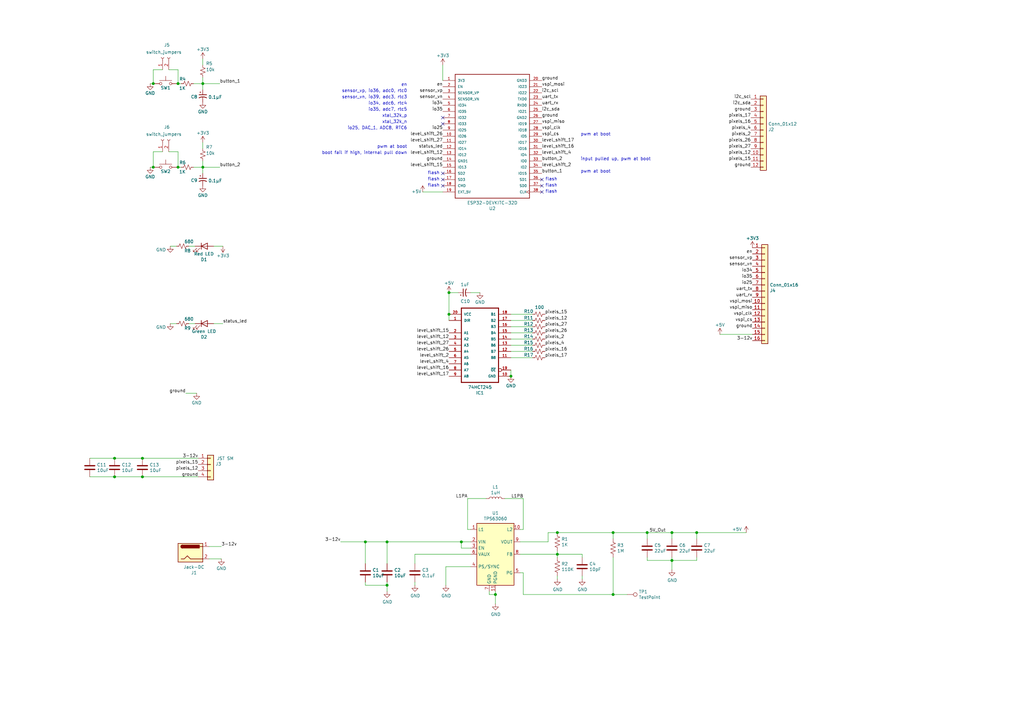
<source format=kicad_sch>
(kicad_sch (version 20200828) (generator eeschema)
  (page 1 1)
  (paper "A3")
  (lib_symbols
    (symbol "Connector:Conn_01x02_Female" (pin_names (offset 1.016) hide)
      (property "Reference" "J" (at 0 2.54 0))
      (property "Value" "Conn_01x02_Female" (at 0 -5.08 0))
      (symbol "Conn_01x02_Female_1_1"
        (pin passive line (at -5.08 0 0) (length 3.81) (name "Pin_1") (number "1"))
        (pin passive line (at -5.08 -2.54 0) (length 3.81) (name "Pin_2") (number "2"))
      )
    )
    (symbol "Connector:Jack-DC" (pin_names (offset 1.016))
      (property "Reference" "J" (at 0 5.334 0))
      (property "Value" "Jack-DC" (at 0 -5.08 0))
      (symbol "Jack-DC_1_1"
        (pin passive line (at 7.62 2.54 180) (length 2.54) (name "~") (number "1"))
        (pin passive line (at 7.62 -2.54 180) (length 2.54) (name "~") (number "2"))
      )
    )
    (symbol "Connector:TestPoint" (pin_numbers hide) (pin_names (offset 0.762) hide)
      (property "Reference" "TP" (at 0 6.858 0))
      (property "Value" "TestPoint" (at 0 5.08 0))
      (symbol "TestPoint_1_1"
        (pin passive line (at 0 0 90) (length 2.54) (name "1") (number "1"))
      )
    )
    (symbol "Connector_Generic:Conn_01x04" (pin_names (offset 1.016) hide)
      (property "Reference" "J" (at 0 5.08 0))
      (property "Value" "Conn_01x04" (at 0 -7.62 0))
      (symbol "Conn_01x04_1_1"
        (pin passive line (at -5.08 2.54 0) (length 3.81) (name "Pin_1") (number "1"))
        (pin passive line (at -5.08 0 0) (length 3.81) (name "Pin_2") (number "2"))
        (pin passive line (at -5.08 -2.54 0) (length 3.81) (name "Pin_3") (number "3"))
        (pin passive line (at -5.08 -5.08 0) (length 3.81) (name "Pin_4") (number "4"))
      )
    )
    (symbol "Connector_Generic:Conn_01x12" (pin_names (offset 1.016) hide)
      (property "Reference" "J" (at 0 15.24 0))
      (property "Value" "Conn_01x12" (at 0 -17.78 0))
      (symbol "Conn_01x12_1_1"
        (pin passive line (at -5.08 12.7 0) (length 3.81) (name "Pin_1") (number "1"))
        (pin passive line (at -5.08 -10.16 0) (length 3.81) (name "Pin_10") (number "10"))
        (pin passive line (at -5.08 -12.7 0) (length 3.81) (name "Pin_11") (number "11"))
        (pin passive line (at -5.08 -15.24 0) (length 3.81) (name "Pin_12") (number "12"))
        (pin passive line (at -5.08 10.16 0) (length 3.81) (name "Pin_2") (number "2"))
        (pin passive line (at -5.08 7.62 0) (length 3.81) (name "Pin_3") (number "3"))
        (pin passive line (at -5.08 5.08 0) (length 3.81) (name "Pin_4") (number "4"))
        (pin passive line (at -5.08 2.54 0) (length 3.81) (name "Pin_5") (number "5"))
        (pin passive line (at -5.08 0 0) (length 3.81) (name "Pin_6") (number "6"))
        (pin passive line (at -5.08 -2.54 0) (length 3.81) (name "Pin_7") (number "7"))
        (pin passive line (at -5.08 -5.08 0) (length 3.81) (name "Pin_8") (number "8"))
        (pin passive line (at -5.08 -7.62 0) (length 3.81) (name "Pin_9") (number "9"))
      )
    )
    (symbol "Connector_Generic:Conn_01x16" (pin_names (offset 1.016) hide)
      (property "Reference" "J" (at 0 20.32 0))
      (property "Value" "Conn_01x16" (at 0 -22.86 0))
      (symbol "Conn_01x16_1_1"
        (pin passive line (at -5.08 17.78 0) (length 3.81) (name "Pin_1") (number "1"))
        (pin passive line (at -5.08 -5.08 0) (length 3.81) (name "Pin_10") (number "10"))
        (pin passive line (at -5.08 -7.62 0) (length 3.81) (name "Pin_11") (number "11"))
        (pin passive line (at -5.08 -10.16 0) (length 3.81) (name "Pin_12") (number "12"))
        (pin passive line (at -5.08 -12.7 0) (length 3.81) (name "Pin_13") (number "13"))
        (pin passive line (at -5.08 -15.24 0) (length 3.81) (name "Pin_14") (number "14"))
        (pin passive line (at -5.08 -17.78 0) (length 3.81) (name "Pin_15") (number "15"))
        (pin passive line (at -5.08 -20.32 0) (length 3.81) (name "Pin_16") (number "16"))
        (pin passive line (at -5.08 15.24 0) (length 3.81) (name "Pin_2") (number "2"))
        (pin passive line (at -5.08 12.7 0) (length 3.81) (name "Pin_3") (number "3"))
        (pin passive line (at -5.08 10.16 0) (length 3.81) (name "Pin_4") (number "4"))
        (pin passive line (at -5.08 7.62 0) (length 3.81) (name "Pin_5") (number "5"))
        (pin passive line (at -5.08 5.08 0) (length 3.81) (name "Pin_6") (number "6"))
        (pin passive line (at -5.08 2.54 0) (length 3.81) (name "Pin_7") (number "7"))
        (pin passive line (at -5.08 0 0) (length 3.81) (name "Pin_8") (number "8"))
        (pin passive line (at -5.08 -2.54 0) (length 3.81) (name "Pin_9") (number "9"))
      )
    )
    (symbol "Device:C" (pin_numbers hide) (pin_names (offset 0.254))
      (property "Reference" "C" (at 0.635 2.54 0))
      (property "Value" "C" (at 0.635 -2.54 0))
      (symbol "C_1_1"
        (pin passive line (at 0 3.81 270) (length 2.794) (name "~") (number "1"))
        (pin passive line (at 0 -3.81 90) (length 2.794) (name "~") (number "2"))
      )
    )
    (symbol "Device:CP1_Small" (pin_numbers hide) (pin_names (offset 0.254) hide)
      (property "Reference" "C" (at 0.254 1.778 0))
      (property "Value" "CP1_Small" (at 0.254 -2.032 0))
      (symbol "CP1_Small_1_1"
        (pin passive line (at 0 2.54 270) (length 2.032) (name "~") (number "1"))
        (pin passive line (at 0 -2.54 90) (length 2.032) (name "~") (number "2"))
      )
    )
    (symbol "Device:L" (pin_numbers hide) (pin_names (offset 1.016) hide)
      (property "Reference" "L" (at -1.27 0 90))
      (property "Value" "L" (at 1.905 0 90))
      (symbol "L_1_1"
        (pin passive line (at 0 3.81 270) (length 1.27) (name "1") (number "1"))
        (pin passive line (at 0 -3.81 90) (length 1.27) (name "2") (number "2"))
      )
    )
    (symbol "Device:LED" (pin_numbers hide) (pin_names (offset 1.016) hide)
      (property "Reference" "D" (at 0 2.54 0))
      (property "Value" "LED" (at 0 -2.54 0))
      (symbol "LED_1_1"
        (pin passive line (at -3.81 0 0) (length 2.54) (name "K") (number "1"))
        (pin passive line (at 3.81 0 180) (length 2.54) (name "A") (number "2"))
      )
    )
    (symbol "Device:R_Small_US" (pin_numbers hide) (pin_names (offset 0.254) hide)
      (property "Reference" "R" (at 0.762 0.508 0))
      (property "Value" "R_Small_US" (at 0.762 -1.016 0))
      (symbol "R_Small_US_1_1"
        (pin passive line (at 0 2.54 270) (length 1.016) (name "~") (number "1"))
        (pin passive line (at 0 -2.54 90) (length 1.016) (name "~") (number "2"))
      )
    )
    (symbol "Device:R_US" (pin_numbers hide) (pin_names (offset 0))
      (property "Reference" "R" (at 2.54 0 90))
      (property "Value" "R_US" (at -2.54 0 90))
      (symbol "R_US_1_1"
        (pin passive line (at 0 3.81 270) (length 1.27) (name "~") (number "1"))
        (pin passive line (at 0 -3.81 90) (length 1.27) (name "~") (number "2"))
      )
    )
    (symbol "Regulator_Switching:TPS63060"
      (property "Reference" "U" (at -7.62 13.97 0))
      (property "Value" "TPS63060" (at 2.54 13.97 0))
      (symbol "TPS63060_1_1"
        (pin input line (at -10.16 10.16 0) (length 2.54) (name "L1") (number "1"))
        (pin input line (at 10.16 10.16 180) (length 2.54) (name "L2") (number "10"))
        (pin power_in line (at 0 -15.24 90) (length 2.54) (name "PGND") (number "11"))
        (pin power_in line (at -10.16 5.08 0) (length 2.54) (name "VIN") (number "2"))
        (pin input line (at -10.16 2.54 0) (length 2.54) (name "EN") (number "3"))
        (pin input line (at -10.16 -5.08 0) (length 2.54) (name "PS/SYNC") (number "4"))
        (pin output line (at 10.16 -7.62 180) (length 2.54) (name "PG") (number "5"))
        (pin passive line (at -10.16 0 0) (length 2.54) (name "VAUX") (number "6"))
        (pin power_in line (at -2.54 -15.24 90) (length 2.54) (name "GND") (number "7"))
        (pin input line (at 10.16 0 180) (length 2.54) (name "FB") (number "8"))
        (pin power_out line (at 10.16 5.08 180) (length 2.54) (name "VOUT") (number "9"))
      )
    )
    (symbol "Switch:SW_MEC_5G" (pin_numbers hide) (pin_names (offset 1.016) hide)
      (property "Reference" "SW" (at 1.27 2.54 0))
      (property "Value" "SW_MEC_5G" (at 0 -1.524 0))
      (symbol "SW_MEC_5G_0_1"
        (pin passive line (at -5.08 0 0) (length 2.54) (name "A") (number "1"))
        (pin passive line (at 5.08 0 180) (length 2.54) (name "B") (number "3"))
      )
      (symbol "SW_MEC_5G_1_1"
        (pin passive line (at -5.08 0 0) (length 2.54) hide (name "A") (number "2"))
        (pin passive line (at 5.08 0 180) (length 2.54) hide (name "B") (number "4"))
      )
    )
    (symbol "power:+3.3V" (power) (pin_names (offset 0))
      (property "Value" "+3.3V" (at 0 3.556 0))
      (symbol "+3.3V_1_1"
        (pin power_in line (at 0 0 90) (length 0) hide (name "+3V3") (number "1"))
      )
    )
    (symbol "power:+5V" (power) (pin_names (offset 0))
      (property "Value" "+5V" (at 0 3.556 0))
      (symbol "+5V_1_1"
        (pin power_in line (at 0 0 90) (length 0) hide (name "+5V") (number "1"))
      )
    )
    (symbol "power:GND" (power) (pin_names (offset 0))
      (property "Value" "GND" (at 0 -3.81 0))
      (symbol "GND_1_1"
        (pin power_in line (at 0 0 270) (length 0) hide (name "GND") (number "1"))
      )
    )
    (symbol "signal-board-rescue:74HCT245-74HCT245-signal-board-rescue" (pin_names (offset 1.016))
      (property "Reference" "IC" (at -7.62 15.748 0))
      (property "Value" "74HCT245-74HCT245-signal-board-rescue" (at -7.62 -17.78 0))
      (symbol "74HCT245-74HCT245-signal-board-rescue_0_0"
        (pin input line (at -12.7 10.16 0) (length 5.08) (name "DIR") (number "1"))
        (pin power_in line (at 12.7 -12.7 180) (length 5.08) (name "GND") (number "10"))
        (pin bidirectional line (at 12.7 -5.08 180) (length 5.08) (name "B8") (number "11"))
        (pin bidirectional line (at 12.7 -2.54 180) (length 5.08) (name "B7") (number "12"))
        (pin bidirectional line (at 12.7 0 180) (length 5.08) (name "B6") (number "13"))
        (pin bidirectional line (at 12.7 2.54 180) (length 5.08) (name "B5") (number "14"))
        (pin bidirectional line (at 12.7 5.08 180) (length 5.08) (name "B4") (number "15"))
        (pin bidirectional line (at 12.7 7.62 180) (length 5.08) (name "B3") (number "16"))
        (pin bidirectional line (at 12.7 10.16 180) (length 5.08) (name "B2") (number "17"))
        (pin bidirectional line (at 12.7 12.7 180) (length 5.08) (name "B1") (number "18"))
        (pin input inverted (at 12.7 -10.16 180) (length 5.08) (name "~OE~") (number "19"))
        (pin bidirectional line (at -12.7 5.08 0) (length 5.08) (name "A1") (number "2"))
        (pin power_in line (at -12.7 12.7 0) (length 5.08) (name "VCC") (number "20"))
        (pin bidirectional line (at -12.7 2.54 0) (length 5.08) (name "A2") (number "3"))
        (pin bidirectional line (at -12.7 0 0) (length 5.08) (name "A3") (number "4"))
        (pin bidirectional line (at -12.7 -2.54 0) (length 5.08) (name "A4") (number "5"))
        (pin bidirectional line (at -12.7 -5.08 0) (length 5.08) (name "A5") (number "6"))
        (pin bidirectional line (at -12.7 -7.62 0) (length 5.08) (name "A6") (number "7"))
        (pin bidirectional line (at -12.7 -10.16 0) (length 5.08) (name "A7") (number "8"))
        (pin bidirectional line (at -12.7 -12.7 0) (length 5.08) (name "A8") (number "9"))
      )
    )
    (symbol "signal-board-rescue:ESP32-DEVKITC-32D-ESP32-DEVKITC-32D" (pin_names (offset 1.016))
      (property "Reference" "U" (at -15.2654 26.0604 0))
      (property "Value" "ESP32-DEVKITC-32D-ESP32-DEVKITC-32D" (at -15.2654 -27.9654 0))
      (symbol "ESP32-DEVKITC-32D-ESP32-DEVKITC-32D_0_0"
        (pin power_in line (at -20.32 22.86 0) (length 5.08) (name "3V3") (number "1"))
        (pin bidirectional line (at -20.32 0 0) (length 5.08) (name "IO26") (number "10"))
        (pin bidirectional line (at -20.32 -2.54 0) (length 5.08) (name "IO27") (number "11"))
        (pin bidirectional line (at -20.32 -5.08 0) (length 5.08) (name "IO14") (number "12"))
        (pin bidirectional line (at -20.32 -7.62 0) (length 5.08) (name "IO12") (number "13"))
        (pin power_in line (at -20.32 -10.16 0) (length 5.08) (name "GND1") (number "14"))
        (pin bidirectional line (at -20.32 -12.7 0) (length 5.08) (name "IO13") (number "15"))
        (pin bidirectional line (at -20.32 -15.24 0) (length 5.08) (name "SD2") (number "16"))
        (pin bidirectional line (at -20.32 -17.78 0) (length 5.08) (name "SD3") (number "17"))
        (pin bidirectional line (at -20.32 -20.32 0) (length 5.08) (name "CMD") (number "18"))
        (pin power_in line (at -20.32 -22.86 0) (length 5.08) (name "EXT_5V") (number "19"))
        (pin input line (at -20.32 20.32 0) (length 5.08) (name "EN") (number "2"))
        (pin power_in line (at 20.32 22.86 180) (length 5.08) (name "GND3") (number "20"))
        (pin bidirectional line (at 20.32 20.32 180) (length 5.08) (name "IO23") (number "21"))
        (pin bidirectional line (at 20.32 17.78 180) (length 5.08) (name "IO22") (number "22"))
        (pin output line (at 20.32 15.24 180) (length 5.08) (name "TXD0") (number "23"))
        (pin input line (at 20.32 12.7 180) (length 5.08) (name "RXD0") (number "24"))
        (pin bidirectional line (at 20.32 10.16 180) (length 5.08) (name "IO21") (number "25"))
        (pin power_in line (at 20.32 7.62 180) (length 5.08) (name "GND2") (number "26"))
        (pin bidirectional line (at 20.32 5.08 180) (length 5.08) (name "IO19") (number "27"))
        (pin bidirectional line (at 20.32 2.54 180) (length 5.08) (name "IO18") (number "28"))
        (pin bidirectional line (at 20.32 0 180) (length 5.08) (name "IO5") (number "29"))
        (pin input line (at -20.32 17.78 0) (length 5.08) (name "SENSOR_VP") (number "3"))
        (pin bidirectional line (at 20.32 -2.54 180) (length 5.08) (name "IO17") (number "30"))
        (pin bidirectional line (at 20.32 -5.08 180) (length 5.08) (name "IO16") (number "31"))
        (pin bidirectional line (at 20.32 -7.62 180) (length 5.08) (name "IO4") (number "32"))
        (pin bidirectional line (at 20.32 -10.16 180) (length 5.08) (name "IO0") (number "33"))
        (pin bidirectional line (at 20.32 -12.7 180) (length 5.08) (name "IO2") (number "34"))
        (pin bidirectional line (at 20.32 -15.24 180) (length 5.08) (name "IO15") (number "35"))
        (pin bidirectional line (at 20.32 -17.78 180) (length 5.08) (name "SD1") (number "36"))
        (pin bidirectional line (at 20.32 -20.32 180) (length 5.08) (name "SD0") (number "37"))
        (pin input clock (at 20.32 -22.86 180) (length 5.08) (name "CLK") (number "38"))
        (pin input line (at -20.32 15.24 0) (length 5.08) (name "SENSOR_VN") (number "4"))
        (pin bidirectional line (at -20.32 12.7 0) (length 5.08) (name "IO34") (number "5"))
        (pin bidirectional line (at -20.32 10.16 0) (length 5.08) (name "IO35") (number "6"))
        (pin bidirectional line (at -20.32 7.62 0) (length 5.08) (name "IO32") (number "7"))
        (pin bidirectional line (at -20.32 5.08 0) (length 5.08) (name "IO33") (number "8"))
        (pin bidirectional line (at -20.32 2.54 0) (length 5.08) (name "IO25") (number "9"))
      )
    )
  )
  (junction (at 46.99 187.96) (diameter 1.016))
  (junction (at 46.99 195.58) (diameter 1.016))
  (junction (at 58.42 187.96) (diameter 1.016))
  (junction (at 58.42 195.58) (diameter 1.016))
  (junction (at 62.865 34.29) (diameter 1.016))
  (junction (at 62.865 68.58) (diameter 1.016))
  (junction (at 73.025 34.29) (diameter 1.016))
  (junction (at 73.025 68.58) (diameter 1.016))
  (junction (at 83.185 34.29) (diameter 1.016))
  (junction (at 83.185 68.58) (diameter 1.016))
  (junction (at 149.86 222.25) (diameter 1.016))
  (junction (at 158.75 222.25) (diameter 1.016))
  (junction (at 158.75 240.03) (diameter 1.016))
  (junction (at 184.15 120.015) (diameter 1.016))
  (junction (at 184.15 128.905) (diameter 1.016))
  (junction (at 189.23 222.25) (diameter 1.016))
  (junction (at 203.2 243.84) (diameter 1.016))
  (junction (at 209.55 154.305) (diameter 1.016))
  (junction (at 228.6 218.44) (diameter 1.016))
  (junction (at 228.6 227.33) (diameter 1.016))
  (junction (at 251.46 218.44) (diameter 1.016))
  (junction (at 251.46 243.84) (diameter 1.016))
  (junction (at 265.43 218.44) (diameter 1.016))
  (junction (at 275.59 218.44) (diameter 1.016))
  (junction (at 275.59 229.87) (diameter 1.016))
  (junction (at 285.75 218.44) (diameter 1.016))
  (no_connect (at 222.25 78.74))
  (no_connect (at 181.61 71.12))
  (no_connect (at 181.61 48.26))
  (no_connect (at 181.61 76.2))
  (no_connect (at 181.61 50.8))
  (no_connect (at 181.61 73.66))
  (no_connect (at 222.25 73.66))
  (no_connect (at 222.25 76.2))
  (wire (pts (xy 36.83 187.96) (xy 46.99 187.96)))
  (wire (pts (xy 36.83 195.58) (xy 46.99 195.58)))
  (wire (pts (xy 46.99 187.96) (xy 58.42 187.96)))
  (wire (pts (xy 46.99 195.58) (xy 58.42 195.58)))
  (wire (pts (xy 58.42 187.96) (xy 81.28 187.96)))
  (wire (pts (xy 58.42 195.58) (xy 81.28 195.58)))
  (wire (pts (xy 61.595 34.29) (xy 62.865 34.29)))
  (wire (pts (xy 61.595 68.58) (xy 62.865 68.58)))
  (wire (pts (xy 62.865 28.575) (xy 66.675 28.575)))
  (wire (pts (xy 62.865 34.29) (xy 62.865 28.575)))
  (wire (pts (xy 62.865 62.23) (xy 66.675 62.23)))
  (wire (pts (xy 62.865 68.58) (xy 62.865 62.23)))
  (wire (pts (xy 69.215 28.575) (xy 73.025 28.575)))
  (wire (pts (xy 69.215 62.23) (xy 73.025 62.23)))
  (wire (pts (xy 69.85 100.965) (xy 72.39 100.965)))
  (wire (pts (xy 69.85 132.715) (xy 72.39 132.715)))
  (wire (pts (xy 73.025 28.575) (xy 73.025 34.29)))
  (wire (pts (xy 73.025 34.29) (xy 74.295 34.29)))
  (wire (pts (xy 73.025 62.23) (xy 73.025 68.58)))
  (wire (pts (xy 73.025 68.58) (xy 74.295 68.58)))
  (wire (pts (xy 76.2 161.29) (xy 80.645 161.29)))
  (wire (pts (xy 77.47 100.965) (xy 80.01 100.965)))
  (wire (pts (xy 77.47 132.715) (xy 80.01 132.715)))
  (wire (pts (xy 79.375 34.29) (xy 83.185 34.29)))
  (wire (pts (xy 79.375 68.58) (xy 83.185 68.58)))
  (wire (pts (xy 83.185 24.13) (xy 83.185 26.67)))
  (wire (pts (xy 83.185 31.75) (xy 83.185 34.29)))
  (wire (pts (xy 83.185 34.29) (xy 83.185 36.83)))
  (wire (pts (xy 83.185 34.29) (xy 90.17 34.29)))
  (wire (pts (xy 83.185 58.42) (xy 83.185 60.96)))
  (wire (pts (xy 83.185 66.04) (xy 83.185 68.58)))
  (wire (pts (xy 83.185 68.58) (xy 83.185 71.12)))
  (wire (pts (xy 83.185 68.58) (xy 90.17 68.58)))
  (wire (pts (xy 85.725 224.155) (xy 90.805 224.155)))
  (wire (pts (xy 85.725 229.235) (xy 90.805 229.235)))
  (wire (pts (xy 87.63 100.965) (xy 91.44 100.965)))
  (wire (pts (xy 87.63 132.715) (xy 91.44 132.715)))
  (wire (pts (xy 139.7 222.25) (xy 149.86 222.25)))
  (wire (pts (xy 149.86 222.25) (xy 149.86 231.14)))
  (wire (pts (xy 149.86 238.76) (xy 149.86 240.03)))
  (wire (pts (xy 149.86 240.03) (xy 158.75 240.03)))
  (wire (pts (xy 158.75 222.25) (xy 149.86 222.25)))
  (wire (pts (xy 158.75 222.25) (xy 158.75 231.14)))
  (wire (pts (xy 158.75 238.76) (xy 158.75 240.03)))
  (wire (pts (xy 158.75 240.03) (xy 158.75 242.57)))
  (wire (pts (xy 170.18 227.33) (xy 170.18 231.14)))
  (wire (pts (xy 170.18 238.76) (xy 170.18 240.03)))
  (wire (pts (xy 173.355 78.74) (xy 181.61 78.74)))
  (wire (pts (xy 181.61 26.67) (xy 181.61 33.02)))
  (wire (pts (xy 182.88 232.41) (xy 182.88 240.03)))
  (wire (pts (xy 184.15 120.015) (xy 184.15 128.905)))
  (wire (pts (xy 184.15 120.015) (xy 187.96 120.015)))
  (wire (pts (xy 184.15 128.905) (xy 184.15 131.445)))
  (wire (pts (xy 189.23 222.25) (xy 158.75 222.25)))
  (wire (pts (xy 189.23 224.79) (xy 189.23 222.25)))
  (wire (pts (xy 191.77 204.47) (xy 191.77 217.17)))
  (wire (pts (xy 191.77 217.17) (xy 193.04 217.17)))
  (wire (pts (xy 193.04 120.015) (xy 196.85 120.015)))
  (wire (pts (xy 193.04 222.25) (xy 189.23 222.25)))
  (wire (pts (xy 193.04 224.79) (xy 189.23 224.79)))
  (wire (pts (xy 193.04 227.33) (xy 170.18 227.33)))
  (wire (pts (xy 193.04 232.41) (xy 182.88 232.41)))
  (wire (pts (xy 199.39 204.47) (xy 191.77 204.47)))
  (wire (pts (xy 200.66 242.57) (xy 200.66 243.84)))
  (wire (pts (xy 200.66 243.84) (xy 203.2 243.84)))
  (wire (pts (xy 203.2 242.57) (xy 203.2 243.84)))
  (wire (pts (xy 203.2 243.84) (xy 203.2 247.65)))
  (wire (pts (xy 207.01 204.47) (xy 214.63 204.47)))
  (wire (pts (xy 209.55 128.905) (xy 218.44 128.905)))
  (wire (pts (xy 209.55 131.445) (xy 218.44 131.445)))
  (wire (pts (xy 209.55 133.985) (xy 218.44 133.985)))
  (wire (pts (xy 209.55 136.525) (xy 218.44 136.525)))
  (wire (pts (xy 209.55 139.065) (xy 218.44 139.065)))
  (wire (pts (xy 209.55 141.605) (xy 218.44 141.605)))
  (wire (pts (xy 209.55 144.145) (xy 218.44 144.145)))
  (wire (pts (xy 209.55 146.685) (xy 218.44 146.685)))
  (wire (pts (xy 209.55 151.765) (xy 209.55 154.305)))
  (wire (pts (xy 213.36 217.17) (xy 214.63 217.17)))
  (wire (pts (xy 213.36 222.25) (xy 224.79 222.25)))
  (wire (pts (xy 213.36 227.33) (xy 228.6 227.33)))
  (wire (pts (xy 214.63 217.17) (xy 214.63 204.47)))
  (wire (pts (xy 214.63 234.95) (xy 213.36 234.95)))
  (wire (pts (xy 214.63 243.84) (xy 214.63 234.95)))
  (wire (pts (xy 224.79 218.44) (xy 228.6 218.44)))
  (wire (pts (xy 224.79 222.25) (xy 224.79 218.44)))
  (wire (pts (xy 228.6 218.44) (xy 251.46 218.44)))
  (wire (pts (xy 228.6 226.06) (xy 228.6 227.33)))
  (wire (pts (xy 228.6 227.33) (xy 228.6 228.6)))
  (wire (pts (xy 228.6 227.33) (xy 238.76 227.33)))
  (wire (pts (xy 228.6 236.22) (xy 228.6 237.49)))
  (wire (pts (xy 238.76 227.33) (xy 238.76 228.6)))
  (wire (pts (xy 238.76 236.22) (xy 238.76 237.49)))
  (wire (pts (xy 251.46 218.44) (xy 251.46 220.98)))
  (wire (pts (xy 251.46 218.44) (xy 265.43 218.44)))
  (wire (pts (xy 251.46 228.6) (xy 251.46 243.84)))
  (wire (pts (xy 251.46 243.84) (xy 214.63 243.84)))
  (wire (pts (xy 251.46 243.84) (xy 257.2512 243.84)))
  (wire (pts (xy 265.43 218.44) (xy 275.59 218.44)))
  (wire (pts (xy 265.43 220.98) (xy 265.43 218.44)))
  (wire (pts (xy 265.43 229.87) (xy 265.43 228.6)))
  (wire (pts (xy 275.59 218.44) (xy 275.59 220.98)))
  (wire (pts (xy 275.59 218.44) (xy 285.75 218.44)))
  (wire (pts (xy 275.59 228.6) (xy 275.59 229.87)))
  (wire (pts (xy 275.59 229.87) (xy 265.43 229.87)))
  (wire (pts (xy 275.59 229.87) (xy 275.59 233.68)))
  (wire (pts (xy 285.75 218.44) (xy 285.75 220.98)))
  (wire (pts (xy 285.75 218.44) (xy 306.07 218.44)))
  (wire (pts (xy 285.75 228.6) (xy 285.75 229.87)))
  (wire (pts (xy 285.75 229.87) (xy 275.59 229.87)))
  (wire (pts (xy 295.275 137.16) (xy 308.61 137.16)))
  (text "en" (at 167.005 35.56 180) (effects (font (size 1.27 1.27)) (justify right bottom)))
  (text "sensor_vp, io36, adc0, rtc0" (at 167.005 38.1 180) (effects (font (size 1.27 1.27)) (justify right bottom)))
  (text "sensor_vn, io39, adc3, rtc3" (at 167.005 40.64 180) (effects (font (size 1.27 1.27)) (justify right bottom)))
  (text "io34, adc6, rtc4" (at 167.005 43.18 180) (effects (font (size 1.27 1.27)) (justify right bottom)))
  (text "io35, adc7, rtc5" (at 167.005 45.72 180) (effects (font (size 1.27 1.27)) (justify right bottom)))
  (text "xtal_32k_p" (at 167.005 48.26 180) (effects (font (size 1.27 1.27)) (justify right bottom)))
  (text "xtal_32k_n" (at 167.005 50.8 180) (effects (font (size 1.27 1.27)) (justify right bottom)))
  (text "io25, DAC_1, ADC8, RTC6" (at 167.005 53.34 180) (effects (font (size 1.27 1.27)) (justify right bottom)))
  (text "pwm at boot" (at 167.005 60.96 180) (effects (font (size 1.27 1.27)) (justify right bottom)))
  (text "boot fail if high, internal pull down" (at 167.005 63.5 180) (effects (font (size 1.27 1.27)) (justify right bottom)))
  (text "flash\n" (at 180.34 71.755 180) (effects (font (size 1.27 1.27)) (justify right bottom)))
  (text "flash\n" (at 180.34 74.295 180) (effects (font (size 1.27 1.27)) (justify right bottom)))
  (text "flash\n" (at 180.34 76.835 180) (effects (font (size 1.27 1.27)) (justify right bottom)))
  (text "flash\n" (at 228.6 74.295 180) (effects (font (size 1.27 1.27)) (justify right bottom)))
  (text "flash\n" (at 228.6 76.835 180) (effects (font (size 1.27 1.27)) (justify right bottom)))
  (text "flash\n" (at 228.6 79.375 180) (effects (font (size 1.27 1.27)) (justify right bottom)))
  (text "pwm at boot" (at 238.125 55.88 0) (effects (font (size 1.27 1.27)) (justify left bottom)))
  (text "input pulled up, pwm at boot" (at 238.125 66.04 0) (effects (font (size 1.27 1.27)) (justify left bottom)))
  (text "pwm at boot" (at 238.125 71.12 0) (effects (font (size 1.27 1.27)) (justify left bottom)))
  (label "ground" (at 76.2 161.29 180))
  (label "3-12v" (at 81.28 187.96 180))
  (label "pixels_15" (at 81.28 190.5 180))
  (label "pixels_12" (at 81.28 193.04 180))
  (label "ground" (at 81.28 195.58 180))
  (label "button_1" (at 90.17 34.29 0))
  (label "button_2" (at 90.17 68.58 0))
  (label "3-12v" (at 90.805 224.155 0))
  (label "status_led" (at 91.44 132.715 0))
  (label "3-12v" (at 139.7 222.25 180))
  (label "en" (at 181.61 35.56 180))
  (label "sensor_vp" (at 181.61 38.1 180))
  (label "sensor_vn" (at 181.61 40.64 180))
  (label "io34" (at 181.61 43.18 180))
  (label "io35" (at 181.61 45.72 180))
  (label "io25" (at 181.61 53.34 180))
  (label "level_shift_26" (at 181.61 55.88 180))
  (label "level_shift_27" (at 181.61 58.42 180))
  (label "status_led" (at 181.61 60.96 180))
  (label "level_shift_12" (at 181.61 63.5 180))
  (label "ground" (at 181.61 66.04 180))
  (label "level_shift_15" (at 181.61 68.58 180))
  (label "level_shift_15" (at 184.15 136.525 180))
  (label "level_shift_12" (at 184.15 139.065 180))
  (label "level_shift_27" (at 184.15 141.605 180))
  (label "level_shift_26" (at 184.15 144.145 180))
  (label "level_shift_2" (at 184.15 146.685 180))
  (label "level_shift_4" (at 184.15 149.225 180))
  (label "level_shift_16" (at 184.15 151.765 180))
  (label "level_shift_17" (at 184.15 154.305 180))
  (label "L1PA" (at 191.77 204.47 180))
  (label "L1PB" (at 214.63 204.47 180))
  (label "ground" (at 222.25 33.02 0))
  (label "vspi_mosi" (at 222.25 35.56 0))
  (label "i2c_scl" (at 222.25 38.1 0))
  (label "uart_tx" (at 222.25 40.64 0))
  (label "uart_rx" (at 222.25 43.18 0))
  (label "i2c_sda" (at 222.25 45.72 0))
  (label "ground" (at 222.25 48.26 0))
  (label "vspi_miso" (at 222.25 50.8 0))
  (label "vspi_clk" (at 222.25 53.34 0))
  (label "vspi_cs" (at 222.25 55.88 0))
  (label "level_shift_17" (at 222.25 58.42 0))
  (label "level_shift_16" (at 222.25 60.96 0))
  (label "level_shift_4" (at 222.25 63.5 0))
  (label "button_2" (at 222.25 66.04 0))
  (label "level_shift_2" (at 222.25 68.58 0))
  (label "button_1" (at 222.25 71.12 0))
  (label "pixels_15" (at 223.52 128.905 0))
  (label "pixels_12" (at 223.52 131.445 0))
  (label "pixels_27" (at 223.52 133.985 0))
  (label "pixels_26" (at 223.52 136.525 0))
  (label "pixels_2" (at 223.52 139.065 0))
  (label "pixels_4" (at 223.52 141.605 0))
  (label "pixels_16" (at 223.52 144.145 0))
  (label "pixels_17" (at 223.52 146.685 0))
  (label "5V_Out" (at 273.05 218.44 180))
  (label "i2c_scl" (at 307.975 40.64 180))
  (label "i2c_sda" (at 307.975 43.18 180))
  (label "ground" (at 307.975 45.72 180))
  (label "pixels_17" (at 307.975 48.26 180))
  (label "pixels_16" (at 307.975 50.8 180))
  (label "pixels_4" (at 307.975 53.34 180))
  (label "pixels_2" (at 307.975 55.88 180))
  (label "pixels_26" (at 307.975 58.42 180))
  (label "pixels_27" (at 307.975 60.96 180))
  (label "pixels_12" (at 307.975 63.5 180))
  (label "pixels_15" (at 307.975 66.04 180))
  (label "ground" (at 307.975 68.58 180))
  (label "en" (at 308.61 104.14 180))
  (label "sensor_vp" (at 308.61 106.68 180))
  (label "sensor_vn" (at 308.61 109.22 180))
  (label "io34" (at 308.61 111.76 180))
  (label "io35" (at 308.61 114.3 180))
  (label "io25" (at 308.61 116.84 180))
  (label "uart_tx" (at 308.61 119.38 180))
  (label "uart_rx" (at 308.61 121.92 180))
  (label "vspi_mosi" (at 308.61 124.46 180))
  (label "vspi_miso" (at 308.61 127 180))
  (label "vspi_clk" (at 308.61 129.54 180))
  (label "vspi_cs" (at 308.61 132.08 180))
  (label "ground" (at 308.61 134.62 180))
  (label "3-12v" (at 308.61 139.7 180))
  (symbol (lib_id "Connector:TestPoint") (at 257.2512 243.84 270) (unit 1)
    (property "Reference" "TP1" (at 261.9502 242.697 90) (effects (justify left)))
    (property "Value" "TestPoint" (at 261.9502 244.983 90) (effects (justify left)))
    (property "Footprint" "TestPoint:TestPoint_Pad_D1.0mm" (effects hide))
  )
  (symbol (lib_id "power:+3.3V") (at 83.185 24.13 0) (unit 1)
    (property "Reference" "#PWR0102" (effects hide))
    (property "Value" "+3.3V" (at 83.185 20.2438 0))
  )
  (symbol (lib_id "power:+3.3V") (at 83.185 58.42 0) (unit 1)
    (property "Reference" "#PWR0103" (effects hide))
    (property "Value" "+3.3V" (at 83.185 54.5338 0))
  )
  (symbol (lib_id "power:+3.3V") (at 91.44 100.965 180) (unit 1)
    (property "Reference" "#PWR03" (effects hide))
    (property "Value" "+3.3V" (at 91.44 104.8512 0))
  )
  (symbol (lib_id "power:+5V") (at 173.355 78.74 0) (unit 1)
    (property "Reference" "#PWR017" (effects hide))
    (property "Value" "+5V" (at 170.815 78.5368 0))
  )
  (symbol (lib_id "power:+3.3V") (at 181.61 26.67 0) (unit 1)
    (property "Reference" "#PWR019" (effects hide))
    (property "Value" "+3.3V" (at 181.61 22.7838 0))
  )
  (symbol (lib_id "power:+5V") (at 184.15 120.015 0) (unit 1)
    (property "Reference" "#PWR028" (effects hide))
    (property "Value" "+5V" (at 184.15 116.1034 0))
  )
  (symbol (lib_id "power:+5V") (at 295.275 137.16 0) (unit 1)
    (property "Reference" "#PWR0105" (effects hide))
    (property "Value" "+5V" (at 295.275 133.2484 0))
  )
  (symbol (lib_id "power:+5V") (at 306.07 218.44 0) (unit 1)
    (property "Reference" "#PWR035" (effects hide))
    (property "Value" "+5V" (at 302.26 217.0684 0))
  )
  (symbol (lib_id "power:+3.3V") (at 308.61 101.6 0) (unit 1)
    (property "Reference" "#PWR0101" (effects hide))
    (property "Value" "+3.3V" (at 308.61 97.7138 0))
  )
  (symbol (lib_id "Device:L") (at 203.2 204.47 90) (unit 1)
    (property "Reference" "L1" (at 203.2 199.7456 90))
    (property "Value" "1uH" (at 203.2 202.057 90))
    (property "Footprint" "Inductor_SMD:L_Taiyo-Yuden_NR-40xx_HandSoldering" (effects hide))
    (property "Supplier" "DigiKey" (effects hide))
    (property "DigiKeyPN" "587-2888-1-ND" (effects hide))
    (property "DigiKey100" "0.179" (effects hide))
    (property "Mouser100" "0.171" (effects hide))
    (property "MouserPN" "963-NRS4018T1R0NDGJ" (effects hide))
  )
  (symbol (lib_id "power:GND") (at 61.595 34.29 0) (unit 1)
    (property "Reference" "#PWR06" (effects hide))
    (property "Value" "GND" (at 61.595 38.2016 0))
  )
  (symbol (lib_id "power:GND") (at 61.595 68.58 0) (unit 1)
    (property "Reference" "#PWR05" (effects hide))
    (property "Value" "GND" (at 61.595 72.4916 0))
  )
  (symbol (lib_id "power:GND") (at 69.85 100.965 0) (unit 1)
    (property "Reference" "#PWR01" (effects hide))
    (property "Value" "GND" (at 66.04 102.4382 0))
  )
  (symbol (lib_id "power:GND") (at 69.85 132.715 0) (unit 1)
    (property "Reference" "#PWR0104" (effects hide))
    (property "Value" "GND" (at 66.04 134.1882 0))
  )
  (symbol (lib_id "power:GND") (at 80.645 161.29 0) (unit 1)
    (property "Reference" "#PWR027" (effects hide))
    (property "Value" "GND" (at 80.645 165.2016 0))
  )
  (symbol (lib_id "power:GND") (at 83.185 41.91 0) (unit 1)
    (property "Reference" "#PWR014" (effects hide))
    (property "Value" "GND" (at 83.185 45.8216 0))
  )
  (symbol (lib_id "power:GND") (at 83.185 76.2 0) (unit 1)
    (property "Reference" "#PWR011" (effects hide))
    (property "Value" "GND" (at 83.185 80.1116 0))
  )
  (symbol (lib_id "power:GND") (at 90.805 229.235 0) (unit 1)
    (property "Reference" "#PWR02" (effects hide))
    (property "Value" "GND" (at 90.805 233.1466 0))
  )
  (symbol (lib_id "power:GND") (at 158.75 242.57 0) (unit 1)
    (property "Reference" "#PWR08" (effects hide))
    (property "Value" "GND" (at 158.877 246.888 0))
  )
  (symbol (lib_id "power:GND") (at 170.18 240.03 0) (unit 1)
    (property "Reference" "#PWR012" (effects hide))
    (property "Value" "GND" (at 170.307 244.348 0))
  )
  (symbol (lib_id "power:GND") (at 182.88 240.03 0) (unit 1)
    (property "Reference" "#PWR016" (effects hide))
    (property "Value" "GND" (at 183.007 244.348 0))
  )
  (symbol (lib_id "power:GND") (at 196.85 120.015 0) (unit 1)
    (property "Reference" "#PWR032" (effects hide))
    (property "Value" "GND" (at 196.85 123.9266 0))
  )
  (symbol (lib_id "power:GND") (at 203.2 247.65 0) (unit 1)
    (property "Reference" "#PWR020" (effects hide))
    (property "Value" "GND" (at 203.327 251.968 0))
  )
  (symbol (lib_id "power:GND") (at 209.55 154.305 0) (unit 1)
    (property "Reference" "#PWR034" (effects hide))
    (property "Value" "GND" (at 209.55 158.2166 0))
  )
  (symbol (lib_id "power:GND") (at 228.6 237.49 0) (unit 1)
    (property "Reference" "#PWR021" (effects hide))
    (property "Value" "GND" (at 228.727 241.808 0))
  )
  (symbol (lib_id "power:GND") (at 238.76 237.49 0) (unit 1)
    (property "Reference" "#PWR022" (effects hide))
    (property "Value" "GND" (at 238.887 241.808 0))
  )
  (symbol (lib_id "power:GND") (at 275.59 233.68 0) (unit 1)
    (property "Reference" "#PWR033" (effects hide))
    (property "Value" "GND" (at 275.717 237.998 0))
  )
  (symbol (lib_id "Device:R_Small_US") (at 74.93 100.965 270) (unit 1)
    (property "Reference" "R8" (at 75.5396 102.8446 90) (effects (justify left)))
    (property "Value" "680" (at 75.5904 99.0854 90) (effects (justify left)))
    (property "Footprint" "Resistor_SMD:R_0402_1005Metric" (effects hide))
    (property "Supplier" "Digikey" (effects hide))
    (property "Supplier Part" "311-1.00KCRCT-ND" (effects hide))
    (property "LCSC" "C25130" (effects hide))
  )
  (symbol (lib_id "Device:R_Small_US") (at 74.93 132.715 270) (unit 1)
    (property "Reference" "R9" (at 75.5396 134.5946 90) (effects (justify left)))
    (property "Value" "680" (at 75.5904 130.8354 90) (effects (justify left)))
    (property "Footprint" "Resistor_SMD:R_0402_1005Metric" (effects hide))
    (property "Supplier" "Digikey" (effects hide))
    (property "Supplier Part" "311-1.00KCRCT-ND" (effects hide))
    (property "LCSC" "C25130" (effects hide))
  )
  (symbol (lib_id "Device:R_Small_US") (at 76.835 34.29 90) (unit 1)
    (property "Reference" "R4" (at 76.2254 32.4104 90) (effects (justify left)))
    (property "Value" "1K" (at 76.1746 36.1696 90) (effects (justify left)))
    (property "Footprint" "Resistor_SMD:R_0402_1005Metric" (effects hide))
    (property "LCSC" "C11702" (effects hide))
  )
  (symbol (lib_id "Device:R_Small_US") (at 76.835 68.58 90) (unit 1)
    (property "Reference" "R6" (at 76.2254 66.7004 90) (effects (justify left)))
    (property "Value" "1K" (at 76.1746 70.4596 90) (effects (justify left)))
    (property "Footprint" "Resistor_SMD:R_0402_1005Metric" (effects hide))
    (property "LCSC" "C11702" (effects hide))
  )
  (symbol (lib_id "Device:R_Small_US") (at 83.185 29.21 0) (unit 1)
    (property "Reference" "R5" (at 84.455 26.0604 0) (effects (justify left)))
    (property "Value" "10k" (at 84.455 28.5496 0) (effects (justify left)))
    (property "Footprint" "Resistor_SMD:R_0402_1005Metric" (effects hide))
    (property "Supplier" "Digikey" (effects hide))
    (property "Supplier Part" "311-10.0KCRCT-ND" (effects hide))
    (property "LCSC" "C25744" (effects hide))
  )
  (symbol (lib_id "Device:R_Small_US") (at 83.185 63.5 0) (unit 1)
    (property "Reference" "R7" (at 84.455 60.3504 0) (effects (justify left)))
    (property "Value" "10k" (at 84.455 62.8396 0) (effects (justify left)))
    (property "Footprint" "Resistor_SMD:R_0402_1005Metric" (effects hide))
    (property "Supplier" "Digikey" (effects hide))
    (property "Supplier Part" "311-10.0KCRCT-ND" (effects hide))
    (property "LCSC" "C25744" (effects hide))
  )
  (symbol (lib_id "Device:R_Small_US") (at 220.98 128.905 90) (unit 1)
    (property "Reference" "R10" (at 218.7702 127.6858 90) (effects (justify left)))
    (property "Value" "100" (at 223.1898 126.0348 90) (effects (justify left)))
    (property "Footprint" "Resistor_SMD:R_0805_2012Metric_Pad1.15x1.40mm_HandSolder" (effects hide))
    (property "Supplier" "Digikey" (effects hide))
    (property "Supplier Part" "RC0805FR-07100RL" (effects hide))
    (property "LCSC" "C17408" (effects hide))
  )
  (symbol (lib_id "Device:R_Small_US") (at 220.98 131.445 90) (unit 1)
    (property "Reference" "R11" (at 218.7448 130.3528 90) (effects (justify left)))
    (property "Value" "100" (effects hide))
    (property "Footprint" "Resistor_SMD:R_0805_2012Metric_Pad1.15x1.40mm_HandSolder" (effects hide))
    (property "Supplier" "Digikey" (effects hide))
    (property "Supplier Part" "RC0805FR-07100RL" (effects hide))
    (property "LCSC" "C17408" (effects hide))
  )
  (symbol (lib_id "Device:R_Small_US") (at 220.98 133.985 90) (unit 1)
    (property "Reference" "R12" (at 218.7448 132.8928 90) (effects (justify left)))
    (property "Value" "100" (effects hide))
    (property "Footprint" "Resistor_SMD:R_0805_2012Metric_Pad1.15x1.40mm_HandSolder" (effects hide))
    (property "Supplier" "Digikey" (effects hide))
    (property "Supplier Part" "RC0805FR-07100RL" (effects hide))
    (property "LCSC" "C17408" (effects hide))
  )
  (symbol (lib_id "Device:R_Small_US") (at 220.98 136.525 90) (unit 1)
    (property "Reference" "R13" (at 218.7448 135.4328 90) (effects (justify left)))
    (property "Value" "100" (effects hide))
    (property "Footprint" "Resistor_SMD:R_0805_2012Metric_Pad1.15x1.40mm_HandSolder" (effects hide))
    (property "Supplier" "Digikey" (effects hide))
    (property "Supplier Part" "RC0805FR-07100RL" (effects hide))
    (property "LCSC" "C17408" (effects hide))
  )
  (symbol (lib_id "Device:R_Small_US") (at 220.98 139.065 90) (unit 1)
    (property "Reference" "R14" (at 218.7448 137.9728 90) (effects (justify left)))
    (property "Value" "100" (effects hide))
    (property "Footprint" "Resistor_SMD:R_0805_2012Metric_Pad1.15x1.40mm_HandSolder" (effects hide))
    (property "Supplier" "Digikey" (effects hide))
    (property "Supplier Part" "RC0805FR-07100RL" (effects hide))
    (property "LCSC" "C17408" (effects hide))
  )
  (symbol (lib_id "Device:R_Small_US") (at 220.98 141.605 90) (unit 1)
    (property "Reference" "R15" (at 218.7448 140.5128 90) (effects (justify left)))
    (property "Value" "100" (effects hide))
    (property "Footprint" "Resistor_SMD:R_0805_2012Metric_Pad1.15x1.40mm_HandSolder" (effects hide))
    (property "Supplier" "Digikey" (effects hide))
    (property "Supplier Part" "RC0805FR-07100RL" (effects hide))
    (property "LCSC" "C17408" (effects hide))
  )
  (symbol (lib_id "Device:R_Small_US") (at 220.98 144.145 90) (unit 1)
    (property "Reference" "R16" (at 218.7448 143.0528 90) (effects (justify left)))
    (property "Value" "100" (effects hide))
    (property "Footprint" "Resistor_SMD:R_0805_2012Metric_Pad1.15x1.40mm_HandSolder" (effects hide))
    (property "Supplier" "Digikey" (effects hide))
    (property "Supplier Part" "RC0805FR-07100RL" (effects hide))
    (property "LCSC" "C17408" (effects hide))
  )
  (symbol (lib_id "Device:R_Small_US") (at 220.98 146.685 90) (unit 1)
    (property "Reference" "R17" (at 218.7448 145.5928 90) (effects (justify left)))
    (property "Value" "100" (effects hide))
    (property "Footprint" "Resistor_SMD:R_0805_2012Metric_Pad1.15x1.40mm_HandSolder" (effects hide))
    (property "Supplier" "Digikey" (effects hide))
    (property "Supplier Part" "RC0805FR-07100RL" (effects hide))
    (property "LCSC" "C17408" (effects hide))
  )
  (symbol (lib_id "Device:R_US") (at 228.6 222.25 0) (unit 1)
    (property "Reference" "R1" (at 230.251 221.107 0) (effects (justify left)))
    (property "Value" "1K" (at 230.251 223.393 0) (effects (justify left)))
    (property "Footprint" "Resistor_SMD:R_0402_1005Metric" (effects hide))
    (property "LCSC" "C11702" (effects hide))
  )
  (symbol (lib_id "Device:R_US") (at 228.6 232.41 0) (unit 1)
    (property "Reference" "R2" (at 230.251 231.267 0) (effects (justify left)))
    (property "Value" "110K" (at 230.251 233.553 0) (effects (justify left)))
    (property "Footprint" "Resistor_SMD:R_0402_1005Metric" (effects hide))
    (property "LCSC" "C25745" (effects hide))
  )
  (symbol (lib_id "Device:R_US") (at 251.46 224.79 0) (unit 1)
    (property "Reference" "R3" (at 253.111 223.647 0) (effects (justify left)))
    (property "Value" "1M" (at 253.111 225.933 0) (effects (justify left)))
    (property "Footprint" "Resistor_SMD:R_0402_1005Metric" (effects hide))
    (property "LCSC" "C26083" (effects hide))
  )
  (symbol (lib_id "Device:CP1_Small") (at 83.185 39.37 0) (unit 1)
    (property "Reference" "C8" (at 79.629 39.7002 0))
    (property "Value" "0.1µF" (at 88.265 39.8272 0))
    (property "Footprint" "Capacitor_SMD:C_0402_1005Metric" (effects hide))
    (property "LCSC" "C1525" (effects hide))
  )
  (symbol (lib_id "Device:CP1_Small") (at 83.185 73.66 0) (unit 1)
    (property "Reference" "C9" (at 79.629 73.9902 0))
    (property "Value" "0.1µF" (at 88.265 74.1172 0))
    (property "Footprint" "Capacitor_SMD:C_0402_1005Metric" (effects hide))
    (property "LCSC" "C1525" (effects hide))
  )
  (symbol (lib_id "Device:CP1_Small") (at 190.5 120.015 90) (unit 1)
    (property "Reference" "C10" (at 190.8302 123.571 90))
    (property "Value" "1uF" (at 190.7286 116.713 90))
    (property "Footprint" "Capacitor_SMD:C_0805_2012Metric_Pad1.15x1.40mm_HandSolder" (effects hide))
    (property "Supplier" "digikey" (effects hide))
    (property "Supplier Part" "311-1365-1-ND" (effects hide))
    (property "LCSC" "C282736" (effects hide))
  )
  (symbol (lib_id "Connector:Conn_01x02_Female") (at 66.675 23.495 90) (unit 1)
    (property "Reference" "J5" (at 67.2592 18.4658 90) (effects (justify right)))
    (property "Value" "switch_jumpers" (at 59.8932 21.3868 90) (effects (justify right)))
    (property "Footprint" "Connector_PinHeader_2.54mm:PinHeader_1x02_P2.54mm_Vertical" (effects hide))
  )
  (symbol (lib_id "Connector:Conn_01x02_Female") (at 66.675 57.15 90) (unit 1)
    (property "Reference" "J6" (at 67.2592 52.1208 90) (effects (justify right)))
    (property "Value" "switch_jumpers" (at 59.8932 55.0418 90) (effects (justify right)))
    (property "Footprint" "Connector_PinHeader_2.54mm:PinHeader_1x02_P2.54mm_Vertical" (effects hide))
  )
  (symbol (lib_id "Device:LED") (at 83.82 100.965 0) (unit 1)
    (property "Reference" "D1" (at 83.6422 106.4514 0))
    (property "Value" "Red LED" (at 83.6422 104.14 0))
    (property "Footprint" "LED_THT:LED_D1.8mm_W3.3mm_H2.4mm" (effects hide))
    (property "Supplier" "temporary footprint - please correct" (effects hide))
  )
  (symbol (lib_id "Device:LED") (at 83.82 132.715 0) (unit 1)
    (property "Reference" "D2" (at 83.6422 138.2014 0))
    (property "Value" "Green LED" (at 83.6422 135.89 0))
    (property "Footprint" "LED_THT:LED_D1.8mm_W3.3mm_H2.4mm" (effects hide))
    (property "Supplier" "temporary footprint - please correct" (effects hide))
  )
  (symbol (lib_id "Device:C") (at 36.83 191.77 0) (unit 1)
    (property "Reference" "C11" (at 39.751 190.627 0) (effects (justify left)))
    (property "Value" "10uF" (at 39.751 192.913 0) (effects (justify left)))
    (property "Footprint" "Capacitor_SMD:C_0805_2012Metric_Pad1.15x1.40mm_HandSolder" (effects hide))
    (property "Supplier" "DigiKey" (effects hide))
    (property "DigiKeyPN" "1276-6455-1-ND" (effects hide))
    (property "DigiKey100" "0.041" (effects hide))
    (property "Mouser100" "0.041" (effects hide))
    (property "MouserPN" "80-C0805C106K4PAC" (effects hide))
    (property "LCSC" "C90545" (effects hide))
  )
  (symbol (lib_id "Device:C") (at 46.99 191.77 0) (unit 1)
    (property "Reference" "C12" (at 49.911 190.627 0) (effects (justify left)))
    (property "Value" "10uF" (at 49.911 192.913 0) (effects (justify left)))
    (property "Footprint" "Capacitor_SMD:C_0805_2012Metric_Pad1.15x1.40mm_HandSolder" (effects hide))
    (property "Supplier" "DigiKey" (effects hide))
    (property "DigiKeyPN" "1276-6455-1-ND" (effects hide))
    (property "DigiKey100" "0.041" (effects hide))
    (property "Mouser100" "0.041" (effects hide))
    (property "MouserPN" "80-C0805C106K4PAC" (effects hide))
    (property "LCSC" "C90545" (effects hide))
  )
  (symbol (lib_id "Device:C") (at 58.42 191.77 0) (unit 1)
    (property "Reference" "C13" (at 61.341 190.627 0) (effects (justify left)))
    (property "Value" "10uF" (at 61.341 192.913 0) (effects (justify left)))
    (property "Footprint" "Capacitor_SMD:C_0805_2012Metric_Pad1.15x1.40mm_HandSolder" (effects hide))
    (property "Supplier" "DigiKey" (effects hide))
    (property "DigiKeyPN" "1276-6455-1-ND" (effects hide))
    (property "DigiKey100" "0.041" (effects hide))
    (property "Mouser100" "0.041" (effects hide))
    (property "MouserPN" "80-C0805C106K4PAC" (effects hide))
    (property "Supplier Part" "0805F106M160NT" (effects hide))
    (property "LCSC" "C90545" (effects hide))
  )
  (symbol (lib_id "Device:C") (at 149.86 234.95 0) (unit 1)
    (property "Reference" "C1" (at 152.781 233.807 0) (effects (justify left)))
    (property "Value" "10uF" (at 152.781 236.093 0) (effects (justify left)))
    (property "Footprint" "Capacitor_SMD:C_0805_2012Metric_Pad1.15x1.40mm_HandSolder" (effects hide))
    (property "Supplier" "DigiKey" (effects hide))
    (property "DigiKeyPN" "1276-6455-1-ND" (effects hide))
    (property "DigiKey100" "0.041" (effects hide))
    (property "Mouser100" "0.041" (effects hide))
    (property "MouserPN" "80-C0805C106K4PAC" (effects hide))
    (property "LCSC" "C90545" (effects hide))
  )
  (symbol (lib_id "Device:C") (at 158.75 234.95 0) (unit 1)
    (property "Reference" "C2" (at 161.671 233.807 0) (effects (justify left)))
    (property "Value" "10uF" (at 161.671 236.093 0) (effects (justify left)))
    (property "Footprint" "Capacitor_SMD:C_0805_2012Metric_Pad1.15x1.40mm_HandSolder" (effects hide))
    (property "Supplier" "DigiKey" (effects hide))
    (property "DigiKeyPN" "1276-6455-1-ND" (effects hide))
    (property "Mouser100" "0.041" (effects hide))
    (property "MouserPN" "80-C0805C106K4PAC" (effects hide))
    (property "DigiKey100" "0.041" (effects hide))
    (property "LCSC" "C90545" (effects hide))
  )
  (symbol (lib_id "Device:C") (at 170.18 234.95 0) (unit 1)
    (property "Reference" "C3" (at 173.101 233.807 0) (effects (justify left)))
    (property "Value" "0.1uF" (at 173.101 236.093 0) (effects (justify left)))
    (property "Footprint" "Capacitor_SMD:C_0402_1005Metric" (effects hide))
    (property "LCSC" "C1525" (effects hide))
  )
  (symbol (lib_id "Device:C") (at 238.76 232.41 0) (unit 1)
    (property "Reference" "C4" (at 241.681 231.267 0) (effects (justify left)))
    (property "Value" "10pF" (at 241.681 233.553 0) (effects (justify left)))
    (property "Footprint" "Capacitor_SMD:C_0402_1005Metric" (effects hide))
    (property "LCSC" "C32949" (effects hide))
  )
  (symbol (lib_id "Device:C") (at 265.43 224.79 0) (unit 1)
    (property "Reference" "C5" (at 268.351 223.647 0) (effects (justify left)))
    (property "Value" "22uF" (at 268.351 225.933 0) (effects (justify left)))
    (property "Footprint" "Capacitor_SMD:C_0805_2012Metric_Pad1.15x1.40mm_HandSolder" (effects hide))
    (property "Supplier" "DigiKey" (effects hide))
    (property "DigiKeyPN" "1276-6780-1-ND" (effects hide))
    (property "DigiKey100" "0.1394" (effects hide))
    (property "Mouser100" "0.243" (effects hide))
    (property "MouserPN" "81-GRM21BR61C226ME4L" (effects hide))
    (property "LCSC" "C45783" (effects hide))
  )
  (symbol (lib_id "Device:C") (at 275.59 224.79 0) (unit 1)
    (property "Reference" "C6" (at 278.511 223.647 0) (effects (justify left)))
    (property "Value" "22uF" (at 278.511 225.933 0) (effects (justify left)))
    (property "Footprint" "Capacitor_SMD:C_0805_2012Metric_Pad1.15x1.40mm_HandSolder" (effects hide))
    (property "Supplier" "DigiKey" (effects hide))
    (property "DigiKeyPN" "1276-6780-1-ND" (effects hide))
    (property "DigiKey100" "0.1394" (effects hide))
    (property "Mouser100" "0.243" (effects hide))
    (property "MouserPN" "81-GRM21BR61C226ME4L" (effects hide))
    (property "LCSC" "C45783" (effects hide))
  )
  (symbol (lib_id "Device:C") (at 285.75 224.79 0) (unit 1)
    (property "Reference" "C7" (at 288.671 223.647 0) (effects (justify left)))
    (property "Value" "22uF" (at 288.671 225.933 0) (effects (justify left)))
    (property "Footprint" "Capacitor_SMD:C_0805_2012Metric_Pad1.15x1.40mm_HandSolder" (effects hide))
    (property "Supplier" "DigiKey" (effects hide))
    (property "DigiKeyPN" "1276-6780-1-ND" (effects hide))
    (property "DigiKey100" "0.1394" (effects hide))
    (property "Mouser100" "0.243" (effects hide))
    (property "MouserPN" "81-GRM21BR61C226ME4L" (effects hide))
    (property "LCSC" "C45783" (effects hide))
  )
  (symbol (lib_id "Switch:SW_MEC_5G") (at 67.945 34.29 0) (unit 1)
    (property "Reference" "SW1" (at 67.945 36.0172 0))
    (property "Value" "SW_MEC_5G" (effects hide))
    (property "Footprint" "PTS 647:PTS647SK38SMTR2LFS" (effects hide))
    (property "Datasheet" "https://www.digikey.com/product-detail/en/c-k/PTS-647-SK70-SMTR2-LFS/PTS647SK70SMTR2LFSTR-ND/9649856" (effects hide))
    (property "Supplier" "digikey" (effects hide))
    (property "Supplier Part" "PTS 647 SK70 SMTR2 LFS" (effects hide))
    (property "digikey part number" "PTS647SK70SMTR2LFSTR" (effects hide))
  )
  (symbol (lib_id "Switch:SW_MEC_5G") (at 67.945 68.58 0) (unit 1)
    (property "Reference" "SW2" (at 67.945 70.3072 0))
    (property "Value" "SW_MEC_5G" (effects hide))
    (property "Footprint" "PTS 647:PTS647SK38SMTR2LFS" (effects hide))
    (property "Datasheet" "https://www.digikey.com/product-detail/en/c-k/PTS-647-SK70-SMTR2-LFS/PTS647SK70SMTR2LFSTR-ND/9649856http://www.apem.com/int/index.php?controller=attachment&id_attachment=488" (effects hide))
    (property "Supplier" "digikey" (effects hide))
    (property "Supplier Part" "PTS 647 SK70 SMTR2 LFS" (effects hide))
    (property "digikey part number" "PTS647SK70SMTR2LFSTR" (effects hide))
  )
  (symbol (lib_id "Connector_Generic:Conn_01x04") (at 86.36 190.5 0) (unit 1)
    (property "Reference" "J3" (at 88.392 190.2968 0) (effects (justify left)))
    (property "Value" "JST SM" (at 88.9 188.0362 0) (effects (justify left)))
    (property "Footprint" "jst-landing-pads:jst-smd-landing" (effects hide))
  )
  (symbol (lib_id "Connector:Jack-DC") (at 78.105 226.695 0) (unit 1)
    (property "Reference" "J1" (at 79.5528 234.8992 0))
    (property "Value" "Jack-DC" (at 79.5528 232.5878 0))
    (property "Footprint" "Connector_BarrelJack:BarrelJack_CUI_PJ-063AH_Horizontal" (effects hide))
    (property "Supplier Part" "PJ-063AH" (effects hide))
    (property "DigiKey100" "1.03" (effects hide))
    (property "DigiKeyPN" "CP-063AH-ND" (effects hide))
  )
  (symbol (lib_id "Connector_Generic:Conn_01x12") (at 313.055 53.34 0) (unit 1)
    (property "Reference" "J2" (at 315.087 53.1368 0) (effects (justify left)))
    (property "Value" "Conn_01x12" (at 315.087 50.8254 0) (effects (justify left)))
    (property "Footprint" "Connector_PinHeader_2.54mm:PinHeader_1x12_P2.54mm_Vertical" (effects hide))
  )
  (symbol (lib_id "Connector_Generic:Conn_01x16") (at 313.69 119.38 0) (unit 1)
    (property "Reference" "J4" (at 315.722 119.1768 0) (effects (justify left)))
    (property "Value" "Conn_01x16" (at 315.722 116.8654 0) (effects (justify left)))
    (property "Footprint" "Connector_PinHeader_2.54mm:PinHeader_1x16_P2.54mm_Vertical" (effects hide))
  )
  (symbol (lib_id "Regulator_Switching:TPS63060") (at 203.2 227.33 0) (unit 1)
    (property "Reference" "U1" (at 203.2 210.4136 0))
    (property "Value" "TPS63060" (at 203.2 212.725 0))
    (property "Footprint" "Package_SON:Texas_S-PWSON-N10_ThermalVias" (effects hide))
    (property "Datasheet" "http://www.ti.com/lit/ds/symlink/tps63060.pdf" (effects hide))
    (property "Supplier" "DigiKey" (effects hide))
    (property "DigiKey100" "1.584" (effects hide))
    (property "DigiKeyPN" "296-30204-1-ND" (effects hide))
    (property "Mouser100" "1.59" (effects hide))
    (property "MouserPN" "595-TPS63060DSCR" (effects hide))
  )
  (symbol (lib_id "signal-board-rescue:74HCT245-74HCT245-signal-board-rescue") (at 196.85 141.605 0) (unit 1)
    (property "Reference" "IC1" (at 196.85 161.1376 0))
    (property "Value" "74HCT245" (at 196.85 158.8262 0))
    (property "Footprint" "74HCT245:SOIC-20W_7.5x10.0mm_P1.27mm" (effects hide))
    (property "Supplier" "Digikey" (effects hide))
    (property "Supplier Part" "296-15849-1-ND" (effects hide))
    (property "DigiKey100" "0.336" (effects hide))
    (property "DigiKeyPN" "296-15849-1-ND" (effects hide))
    (property "LCSC" "C133641" (effects hide))
  )
  (symbol (lib_id "signal-board-rescue:ESP32-DEVKITC-32D-ESP32-DEVKITC-32D") (at 201.93 55.88 0) (unit 1)
    (property "Reference" "U2" (at 201.93 85.4964 0))
    (property "Value" "ESP32-DEVKITC-32D" (at 201.93 83.185 0))
    (property "Footprint" "MODULE_ESP32-DEVKITC-32D" (effects hide))
    (property "Datasheet" "4" (effects hide))
    (property "Field4" "Espressif Systems" (effects hide))
  )
)
</source>
